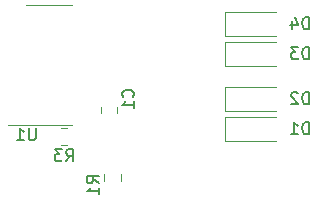
<source format=gbr>
G04 #@! TF.GenerationSoftware,KiCad,Pcbnew,(5.1.8)-1*
G04 #@! TF.CreationDate,2020-11-07T15:34:37+03:00*
G04 #@! TF.ProjectId,ArrowKbd,4172726f-774b-4626-942e-6b696361645f,rev?*
G04 #@! TF.SameCoordinates,Original*
G04 #@! TF.FileFunction,Legend,Bot*
G04 #@! TF.FilePolarity,Positive*
%FSLAX46Y46*%
G04 Gerber Fmt 4.6, Leading zero omitted, Abs format (unit mm)*
G04 Created by KiCad (PCBNEW (5.1.8)-1) date 2020-11-07 15:34:37*
%MOMM*%
%LPD*%
G01*
G04 APERTURE LIST*
%ADD10C,0.120000*%
%ADD11C,0.150000*%
G04 APERTURE END LIST*
D10*
X105485000Y-69793752D02*
X105485000Y-69271248D01*
X104065000Y-69793752D02*
X104065000Y-69271248D01*
X114607500Y-70120000D02*
X118907500Y-70120000D01*
X114607500Y-72120000D02*
X114607500Y-70120000D01*
X118907500Y-72120000D02*
X114607500Y-72120000D01*
X118907500Y-69580000D02*
X114607500Y-69580000D01*
X114607500Y-69580000D02*
X114607500Y-67580000D01*
X114607500Y-67580000D02*
X118907500Y-67580000D01*
X118907500Y-65770000D02*
X114607500Y-65770000D01*
X114607500Y-65770000D02*
X114607500Y-63770000D01*
X114607500Y-63770000D02*
X118907500Y-63770000D01*
X114607500Y-61230000D02*
X118907500Y-61230000D01*
X114607500Y-63230000D02*
X114607500Y-61230000D01*
X118907500Y-63230000D02*
X114607500Y-63230000D01*
X105802500Y-74986248D02*
X105802500Y-75508752D01*
X104382500Y-74986248D02*
X104382500Y-75508752D01*
X100703748Y-72465000D02*
X101226252Y-72465000D01*
X100703748Y-71045000D02*
X101226252Y-71045000D01*
X99695000Y-60662500D02*
X101645000Y-60662500D01*
X99695000Y-60662500D02*
X97745000Y-60662500D01*
X99695000Y-70782500D02*
X101645000Y-70782500D01*
X99695000Y-70782500D02*
X96245000Y-70782500D01*
D11*
X106782142Y-68413333D02*
X106829761Y-68365714D01*
X106877380Y-68222857D01*
X106877380Y-68127619D01*
X106829761Y-67984761D01*
X106734523Y-67889523D01*
X106639285Y-67841904D01*
X106448809Y-67794285D01*
X106305952Y-67794285D01*
X106115476Y-67841904D01*
X106020238Y-67889523D01*
X105925000Y-67984761D01*
X105877380Y-68127619D01*
X105877380Y-68222857D01*
X105925000Y-68365714D01*
X105972619Y-68413333D01*
X106877380Y-69365714D02*
X106877380Y-68794285D01*
X106877380Y-69080000D02*
X105877380Y-69080000D01*
X106020238Y-68984761D01*
X106115476Y-68889523D01*
X106163095Y-68794285D01*
X121705595Y-71572380D02*
X121705595Y-70572380D01*
X121467500Y-70572380D01*
X121324642Y-70620000D01*
X121229404Y-70715238D01*
X121181785Y-70810476D01*
X121134166Y-71000952D01*
X121134166Y-71143809D01*
X121181785Y-71334285D01*
X121229404Y-71429523D01*
X121324642Y-71524761D01*
X121467500Y-71572380D01*
X121705595Y-71572380D01*
X120181785Y-71572380D02*
X120753214Y-71572380D01*
X120467500Y-71572380D02*
X120467500Y-70572380D01*
X120562738Y-70715238D01*
X120657976Y-70810476D01*
X120753214Y-70858095D01*
X121705595Y-69032380D02*
X121705595Y-68032380D01*
X121467500Y-68032380D01*
X121324642Y-68080000D01*
X121229404Y-68175238D01*
X121181785Y-68270476D01*
X121134166Y-68460952D01*
X121134166Y-68603809D01*
X121181785Y-68794285D01*
X121229404Y-68889523D01*
X121324642Y-68984761D01*
X121467500Y-69032380D01*
X121705595Y-69032380D01*
X120753214Y-68127619D02*
X120705595Y-68080000D01*
X120610357Y-68032380D01*
X120372261Y-68032380D01*
X120277023Y-68080000D01*
X120229404Y-68127619D01*
X120181785Y-68222857D01*
X120181785Y-68318095D01*
X120229404Y-68460952D01*
X120800833Y-69032380D01*
X120181785Y-69032380D01*
X121705595Y-65222380D02*
X121705595Y-64222380D01*
X121467500Y-64222380D01*
X121324642Y-64270000D01*
X121229404Y-64365238D01*
X121181785Y-64460476D01*
X121134166Y-64650952D01*
X121134166Y-64793809D01*
X121181785Y-64984285D01*
X121229404Y-65079523D01*
X121324642Y-65174761D01*
X121467500Y-65222380D01*
X121705595Y-65222380D01*
X120800833Y-64222380D02*
X120181785Y-64222380D01*
X120515119Y-64603333D01*
X120372261Y-64603333D01*
X120277023Y-64650952D01*
X120229404Y-64698571D01*
X120181785Y-64793809D01*
X120181785Y-65031904D01*
X120229404Y-65127142D01*
X120277023Y-65174761D01*
X120372261Y-65222380D01*
X120657976Y-65222380D01*
X120753214Y-65174761D01*
X120800833Y-65127142D01*
X121705595Y-62682380D02*
X121705595Y-61682380D01*
X121467500Y-61682380D01*
X121324642Y-61730000D01*
X121229404Y-61825238D01*
X121181785Y-61920476D01*
X121134166Y-62110952D01*
X121134166Y-62253809D01*
X121181785Y-62444285D01*
X121229404Y-62539523D01*
X121324642Y-62634761D01*
X121467500Y-62682380D01*
X121705595Y-62682380D01*
X120277023Y-62015714D02*
X120277023Y-62682380D01*
X120515119Y-61634761D02*
X120753214Y-62349047D01*
X120134166Y-62349047D01*
X103894880Y-75715833D02*
X103418690Y-75382500D01*
X103894880Y-75144404D02*
X102894880Y-75144404D01*
X102894880Y-75525357D01*
X102942500Y-75620595D01*
X102990119Y-75668214D01*
X103085357Y-75715833D01*
X103228214Y-75715833D01*
X103323452Y-75668214D01*
X103371071Y-75620595D01*
X103418690Y-75525357D01*
X103418690Y-75144404D01*
X103894880Y-76668214D02*
X103894880Y-76096785D01*
X103894880Y-76382500D02*
X102894880Y-76382500D01*
X103037738Y-76287261D01*
X103132976Y-76192023D01*
X103180595Y-76096785D01*
X101131666Y-73857380D02*
X101465000Y-73381190D01*
X101703095Y-73857380D02*
X101703095Y-72857380D01*
X101322142Y-72857380D01*
X101226904Y-72905000D01*
X101179285Y-72952619D01*
X101131666Y-73047857D01*
X101131666Y-73190714D01*
X101179285Y-73285952D01*
X101226904Y-73333571D01*
X101322142Y-73381190D01*
X101703095Y-73381190D01*
X100798333Y-72857380D02*
X100179285Y-72857380D01*
X100512619Y-73238333D01*
X100369761Y-73238333D01*
X100274523Y-73285952D01*
X100226904Y-73333571D01*
X100179285Y-73428809D01*
X100179285Y-73666904D01*
X100226904Y-73762142D01*
X100274523Y-73809761D01*
X100369761Y-73857380D01*
X100655476Y-73857380D01*
X100750714Y-73809761D01*
X100798333Y-73762142D01*
X98551904Y-71074880D02*
X98551904Y-71884404D01*
X98504285Y-71979642D01*
X98456666Y-72027261D01*
X98361428Y-72074880D01*
X98170952Y-72074880D01*
X98075714Y-72027261D01*
X98028095Y-71979642D01*
X97980476Y-71884404D01*
X97980476Y-71074880D01*
X96980476Y-72074880D02*
X97551904Y-72074880D01*
X97266190Y-72074880D02*
X97266190Y-71074880D01*
X97361428Y-71217738D01*
X97456666Y-71312976D01*
X97551904Y-71360595D01*
M02*

</source>
